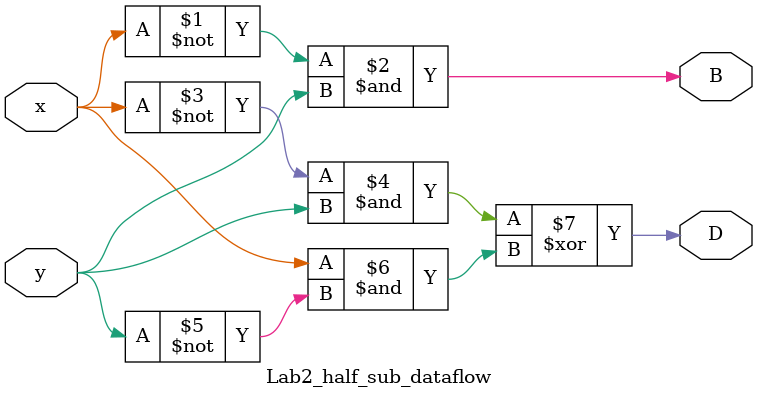
<source format=v>
module Lab2_half_sub_dataflow(output D,B,input x,y);
	assign B=~x&y;
	assign D=~x&y^x&~y;
endmodule
</source>
